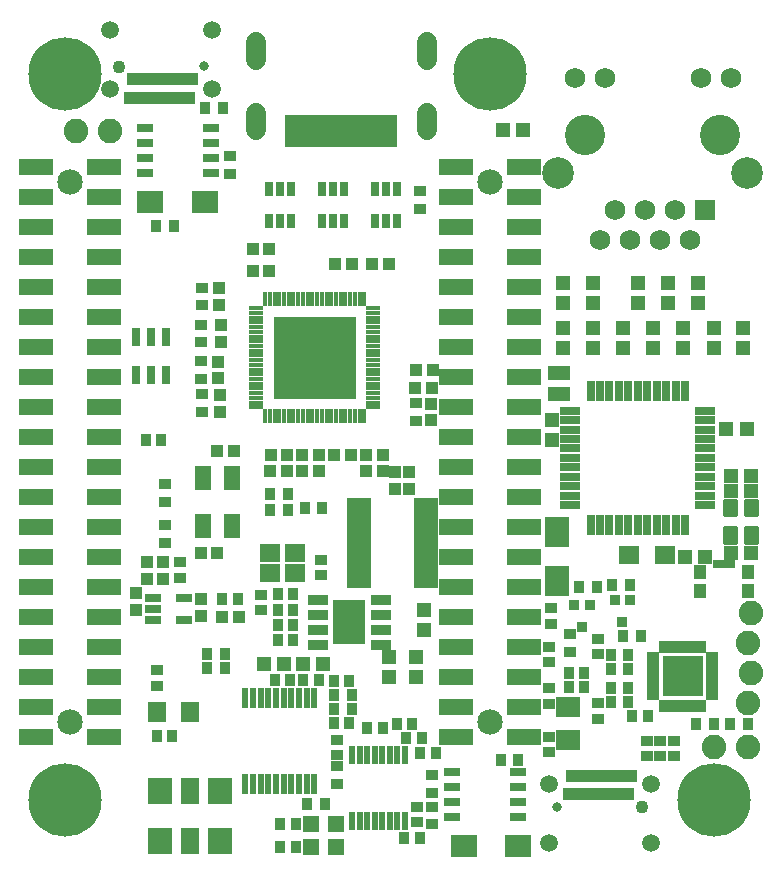
<source format=gbr>
G04 EAGLE Gerber RS-274X export*
G75*
%MOMM*%
%FSLAX34Y34*%
%LPD*%
%INSoldermask Top*%
%IPPOS*%
%AMOC8*
5,1,8,0,0,1.08239X$1,22.5*%
G01*
%ADD10R,2.003200X1.803200*%
%ADD11R,1.103200X0.903200*%
%ADD12R,0.903200X1.103200*%
%ADD13R,0.733200X1.533200*%
%ADD14R,2.993200X1.473200*%
%ADD15C,2.153200*%
%ADD16R,1.303200X1.203200*%
%ADD17R,1.203200X1.303200*%
%ADD18R,1.983200X1.223200*%
%ADD19R,1.727200X1.727200*%
%ADD20C,1.727200*%
%ADD21C,2.679700*%
%ADD22C,3.403600*%
%ADD23R,1.703200X0.753200*%
%ADD24R,0.753200X1.703200*%
%ADD25R,1.803200X1.603200*%
%ADD26R,1.203200X0.403200*%
%ADD27R,0.403200X1.203200*%
%ADD28R,6.953200X6.953200*%
%ADD29R,1.403200X2.003200*%
%ADD30R,1.003200X1.103200*%
%ADD31R,1.103200X1.003200*%
%ADD32R,1.117600X0.965200*%
%ADD33R,0.965200X1.117600*%
%ADD34R,1.422400X0.762000*%
%ADD35R,2.003200X2.603200*%
%ADD36R,0.703200X1.253200*%
%ADD37R,0.503200X2.803200*%
%ADD38C,1.701800*%
%ADD39C,1.103200*%
%ADD40R,0.603200X1.703200*%
%ADD41R,2.003200X2.203200*%
%ADD42R,1.603200X2.203200*%
%ADD43R,0.473200X1.103200*%
%ADD44R,0.473200X1.003200*%
%ADD45C,1.511200*%
%ADD46C,0.803200*%
%ADD47R,1.003200X0.487800*%
%ADD48R,0.487800X1.003200*%
%ADD49R,3.353200X3.353200*%
%ADD50R,1.403200X0.803200*%
%ADD51R,0.903200X0.903200*%
%ADD52C,2.082800*%
%ADD53R,1.403200X1.403200*%
%ADD54R,1.803200X0.813200*%
%ADD55R,2.823200X3.713200*%
%ADD56R,2.003200X7.703200*%
%ADD57R,1.703200X1.503200*%
%ADD58R,0.553200X1.603200*%
%ADD59R,2.203200X1.903200*%
%ADD60R,1.603200X1.803200*%
%ADD61C,0.312766*%
%ADD62R,1.103200X1.203200*%
%ADD63R,1.903200X0.753200*%
%ADD64C,6.203200*%


D10*
X471051Y106203D03*
X471051Y134203D03*
D11*
X454744Y108351D03*
X454744Y95351D03*
D12*
X126556Y359586D03*
X113556Y359586D03*
D13*
X105256Y414826D03*
X117956Y414826D03*
X130656Y414826D03*
X130656Y446830D03*
X117956Y446830D03*
X105256Y446830D03*
D14*
X433550Y108250D03*
X376450Y108250D03*
X433550Y133650D03*
X376450Y133650D03*
X433550Y159050D03*
X376450Y159050D03*
X433550Y184450D03*
X376450Y184450D03*
X433550Y209850D03*
X376450Y209850D03*
X433550Y235250D03*
X376450Y235250D03*
X433550Y260650D03*
X376450Y260650D03*
X433550Y286050D03*
X376450Y286050D03*
X433550Y311450D03*
X376450Y311450D03*
X433550Y336850D03*
X376450Y336850D03*
X433550Y362250D03*
X376450Y362250D03*
X433550Y387650D03*
X376450Y387650D03*
X433550Y413050D03*
X376450Y413050D03*
X433550Y438450D03*
X376450Y438450D03*
X433550Y463850D03*
X376450Y463850D03*
X433550Y489250D03*
X376450Y489250D03*
X433550Y514650D03*
X376450Y514650D03*
X433550Y540050D03*
X376450Y540050D03*
X433550Y565450D03*
X376450Y565450D03*
X433550Y590850D03*
X376450Y590850D03*
X77950Y108250D03*
X20850Y108250D03*
X77950Y133650D03*
X20850Y133650D03*
X77950Y159050D03*
X20850Y159050D03*
X77950Y184450D03*
X20850Y184450D03*
X77950Y209850D03*
X20850Y209850D03*
X77950Y235250D03*
X20850Y235250D03*
X77950Y260650D03*
X20850Y260650D03*
X77950Y286050D03*
X20850Y286050D03*
X77950Y311450D03*
X20850Y311450D03*
X77950Y336850D03*
X20850Y336850D03*
X77950Y362250D03*
X20850Y362250D03*
X77950Y387650D03*
X20850Y387650D03*
X77950Y413050D03*
X20850Y413050D03*
X77950Y438450D03*
X20850Y438450D03*
X77950Y463850D03*
X20850Y463850D03*
X77950Y489250D03*
X20850Y489250D03*
X77950Y514650D03*
X20850Y514650D03*
X77950Y540050D03*
X20850Y540050D03*
X77950Y565450D03*
X20850Y565450D03*
X77950Y590850D03*
X20850Y590850D03*
D15*
X405000Y578600D03*
X405000Y121400D03*
X49400Y121400D03*
X49400Y578600D03*
D16*
X609000Y329000D03*
X626000Y329000D03*
D17*
X594360Y437778D03*
X594360Y454778D03*
X568198Y437778D03*
X568198Y454778D03*
D16*
X530098Y475878D03*
X530098Y492878D03*
X542798Y437778D03*
X542798Y454778D03*
X466598Y437778D03*
X466598Y454778D03*
X491998Y437778D03*
X491998Y454778D03*
D17*
X466598Y492878D03*
X466598Y475878D03*
D18*
X463042Y399024D03*
X463042Y416824D03*
D17*
X605164Y368808D03*
X622164Y368808D03*
X415562Y622438D03*
X432562Y622438D03*
D19*
X587248Y554228D03*
D20*
X574548Y528828D03*
X561848Y554228D03*
X549148Y528828D03*
X536448Y554228D03*
X523748Y528828D03*
X511048Y554228D03*
X498348Y528828D03*
D21*
X622808Y585978D03*
X462788Y585978D03*
D20*
X476758Y666750D03*
X502158Y666750D03*
X608838Y666750D03*
X583438Y666750D03*
D22*
X599948Y617728D03*
X485648Y617728D03*
D17*
X555498Y492878D03*
X555498Y475878D03*
D23*
X473098Y344678D03*
X473098Y352678D03*
X473098Y360678D03*
X473098Y368678D03*
X473098Y376678D03*
X473098Y384678D03*
X473098Y304678D03*
X473098Y312678D03*
X473098Y320678D03*
X473098Y328678D03*
X473098Y336678D03*
X587098Y344678D03*
X587098Y352678D03*
X587098Y360678D03*
X587098Y320678D03*
X587098Y336678D03*
X587098Y328678D03*
X587098Y312678D03*
X587098Y304678D03*
X587098Y384678D03*
X587098Y376678D03*
X587098Y368678D03*
D24*
X530098Y401678D03*
X522098Y401678D03*
X514098Y401678D03*
X506098Y401678D03*
X498098Y401678D03*
X490098Y401678D03*
X570098Y401678D03*
X562098Y401678D03*
X554098Y401678D03*
X546098Y401678D03*
X538098Y401678D03*
X530098Y287678D03*
X522098Y287678D03*
X514098Y287678D03*
X506098Y287678D03*
X498098Y287678D03*
X490098Y287678D03*
X570098Y287678D03*
X562098Y287678D03*
X538098Y287678D03*
X546098Y287678D03*
X554098Y287678D03*
D25*
X552845Y262255D03*
X522845Y262255D03*
D16*
X618998Y437778D03*
X618998Y454778D03*
X609000Y316500D03*
X626000Y316500D03*
X626217Y264447D03*
X609217Y264447D03*
X569862Y260723D03*
X586862Y260723D03*
X491998Y475878D03*
X491998Y492878D03*
D17*
X517398Y437778D03*
X517398Y454778D03*
X580898Y475878D03*
X580898Y492878D03*
D16*
X457164Y360006D03*
X457164Y377006D03*
D26*
X306056Y387496D03*
X306056Y391496D03*
X306056Y395496D03*
X306056Y399496D03*
X306056Y403496D03*
X306056Y407496D03*
X306056Y411496D03*
X306056Y415496D03*
X306056Y419496D03*
X306056Y423496D03*
X306056Y427496D03*
X306056Y431496D03*
X306056Y435496D03*
X306056Y439496D03*
X306056Y443496D03*
X306056Y447496D03*
X306056Y451496D03*
X306056Y455496D03*
X306056Y459496D03*
X306056Y463496D03*
X306056Y467496D03*
X306056Y471496D03*
D27*
X298556Y478996D03*
X294556Y478996D03*
X290556Y478996D03*
X286556Y478996D03*
X282556Y478996D03*
X278556Y478996D03*
X274556Y478996D03*
X270556Y478996D03*
X266556Y478996D03*
X262556Y478996D03*
X258556Y478996D03*
X254556Y478996D03*
X250556Y478996D03*
X246556Y478996D03*
X242556Y478996D03*
X238556Y478996D03*
X234556Y478996D03*
X230556Y478996D03*
X226556Y478996D03*
X222556Y478996D03*
X218556Y478996D03*
X214556Y478996D03*
D26*
X207056Y471496D03*
X207056Y467496D03*
X207056Y463496D03*
X207056Y459496D03*
X207056Y455496D03*
X207056Y451496D03*
X207056Y447496D03*
X207056Y443496D03*
X207056Y439496D03*
X207056Y435496D03*
X207056Y431496D03*
X207056Y427496D03*
X207056Y423496D03*
X207056Y419496D03*
X207056Y415496D03*
X207056Y411496D03*
X207056Y407496D03*
X207056Y403496D03*
X207056Y399496D03*
X207056Y395496D03*
X207056Y391496D03*
X207056Y387496D03*
D27*
X214556Y379996D03*
X218556Y379996D03*
X222556Y379996D03*
X226556Y379996D03*
X230556Y379996D03*
X234556Y379996D03*
X238556Y379996D03*
X242556Y379996D03*
X246556Y379996D03*
X250556Y379996D03*
X254556Y379996D03*
X258556Y379996D03*
X262556Y379996D03*
X266556Y379996D03*
X270556Y379996D03*
X274556Y379996D03*
X278556Y379996D03*
X282556Y379996D03*
X286556Y379996D03*
X290556Y379996D03*
X294556Y379996D03*
X298556Y379996D03*
D28*
X256556Y429496D03*
D29*
X162166Y327406D03*
X162166Y287406D03*
X186166Y287406D03*
X186166Y327406D03*
D30*
X188166Y350406D03*
X174166Y350406D03*
X160166Y264406D03*
X174166Y264406D03*
D12*
X248094Y302666D03*
X263094Y302666D03*
D11*
X130056Y322496D03*
X130056Y307496D03*
X130056Y272496D03*
X130056Y287496D03*
X342306Y375906D03*
X342306Y390906D03*
D31*
X355306Y390406D03*
X355306Y376406D03*
D11*
X161306Y473906D03*
X161306Y488906D03*
X160556Y442496D03*
X160556Y457496D03*
X160056Y426496D03*
X160056Y411496D03*
X161056Y383496D03*
X161056Y398496D03*
D12*
X218666Y314406D03*
X233666Y314406D03*
X218666Y300406D03*
X233666Y300406D03*
D30*
X341806Y403906D03*
X355806Y403906D03*
X305056Y508996D03*
X319056Y508996D03*
D31*
X175306Y488406D03*
X175306Y474406D03*
X177056Y442996D03*
X177056Y456996D03*
X176056Y397996D03*
X176056Y383996D03*
X175056Y411996D03*
X175056Y425996D03*
X114504Y256556D03*
X114504Y242556D03*
D30*
X274056Y508996D03*
X288056Y508996D03*
X218056Y521996D03*
X204056Y521996D03*
D31*
X128504Y256556D03*
X128504Y242556D03*
D30*
X342306Y419406D03*
X356306Y419406D03*
X218056Y502996D03*
X204056Y502996D03*
X192056Y209996D03*
X178056Y209996D03*
X233166Y347406D03*
X219166Y347406D03*
X233056Y333396D03*
X219056Y333396D03*
X273166Y347406D03*
X287166Y347406D03*
X246166Y347406D03*
X260166Y347406D03*
X246166Y333406D03*
X260166Y333406D03*
X300166Y347406D03*
X314166Y347406D03*
X300166Y333406D03*
X314166Y333406D03*
D32*
X142504Y256414D03*
X142504Y242698D03*
D33*
X191914Y224996D03*
X178198Y224996D03*
D34*
X120055Y226496D03*
X120055Y216996D03*
X120055Y207344D03*
X146264Y207344D03*
X146264Y226496D03*
D35*
X462056Y240746D03*
X462056Y281746D03*
D31*
X160056Y224996D03*
X160056Y210996D03*
X105056Y229996D03*
X105056Y215996D03*
D32*
X457004Y203948D03*
X457004Y217664D03*
D31*
X324746Y332444D03*
X324746Y318444D03*
X336496Y332444D03*
X336496Y318444D03*
D36*
X217556Y544996D03*
X227056Y544996D03*
X236556Y544996D03*
X236556Y571996D03*
X227056Y571996D03*
X217556Y571996D03*
X262556Y544996D03*
X272056Y544996D03*
X281556Y544996D03*
X281556Y571996D03*
X272056Y571996D03*
X262556Y571996D03*
X307556Y544996D03*
X317056Y544996D03*
X326556Y544996D03*
X326556Y571996D03*
X317056Y571996D03*
X307556Y571996D03*
D37*
X234056Y621896D03*
X239056Y621896D03*
X244056Y621896D03*
X249056Y621896D03*
X254056Y621896D03*
X259056Y621896D03*
X264056Y621896D03*
X269056Y621896D03*
X274056Y621896D03*
X279056Y621896D03*
X284056Y621896D03*
X289056Y621896D03*
X294056Y621896D03*
X299056Y621896D03*
X304056Y621896D03*
X309056Y621896D03*
X314056Y621896D03*
X319056Y621896D03*
X324056Y621896D03*
D38*
X351556Y681603D02*
X351556Y696589D01*
X206556Y696589D02*
X206556Y681603D01*
X206556Y636989D02*
X206556Y622003D01*
X351556Y622003D02*
X351556Y636989D01*
D39*
X351556Y621996D03*
X351556Y636996D03*
X351556Y626496D03*
X351556Y632496D03*
X351556Y681496D03*
X351556Y696496D03*
X351556Y685996D03*
X351556Y691996D03*
X206556Y621996D03*
X206556Y636996D03*
X206556Y626496D03*
X206556Y632496D03*
X206556Y681496D03*
X206556Y685996D03*
X206556Y696496D03*
X206556Y691996D03*
D11*
X346056Y555496D03*
X346056Y570496D03*
D40*
X256350Y141250D03*
X249850Y141250D03*
X243350Y141250D03*
X236850Y141250D03*
X230350Y141250D03*
X223850Y141250D03*
X217350Y141250D03*
X210850Y141250D03*
X204350Y141250D03*
X197850Y141250D03*
X197850Y68750D03*
X204350Y68750D03*
X210850Y68750D03*
X217350Y68750D03*
X223850Y68750D03*
X230350Y68750D03*
X236850Y68750D03*
X243350Y68750D03*
X249850Y68750D03*
X256350Y68750D03*
D12*
X235950Y156650D03*
X222950Y156650D03*
X247050Y156650D03*
X260050Y156650D03*
D41*
X176300Y20500D03*
X176300Y62500D03*
X125500Y62500D03*
X125500Y20500D03*
D42*
X150900Y20500D03*
X150900Y62500D03*
D43*
X152950Y649650D03*
X147950Y649650D03*
X142950Y649650D03*
X137950Y649650D03*
X132950Y649650D03*
X127950Y649650D03*
X122950Y649650D03*
X117950Y649650D03*
X112950Y649650D03*
X107950Y649650D03*
X102950Y649650D03*
X97950Y649650D03*
D44*
X100450Y665650D03*
X105450Y665650D03*
X110450Y665650D03*
X115450Y665650D03*
X120450Y665650D03*
X125450Y665650D03*
X130450Y665650D03*
X135450Y665650D03*
X140450Y665650D03*
X145450Y665650D03*
X150450Y665650D03*
X155450Y665650D03*
D45*
X169900Y656650D03*
X83500Y656650D03*
X83500Y707150D03*
X169900Y707150D03*
D46*
X162700Y676650D03*
D39*
X90700Y676000D03*
D46*
X162700Y676650D03*
D43*
X471750Y75750D03*
X476750Y75750D03*
X481750Y75750D03*
X486750Y75750D03*
X491750Y75750D03*
X496750Y75750D03*
X501750Y75750D03*
X506750Y75750D03*
X511750Y75750D03*
X516750Y75750D03*
X521750Y75750D03*
X526750Y75750D03*
D44*
X524250Y59750D03*
X519250Y59750D03*
X514250Y59750D03*
X509250Y59750D03*
X504250Y59750D03*
X499250Y59750D03*
X494250Y59750D03*
X489250Y59750D03*
X484250Y59750D03*
X479250Y59750D03*
X474250Y59750D03*
X469250Y59750D03*
D45*
X454800Y68750D03*
X541200Y68750D03*
X541200Y18250D03*
X454800Y18250D03*
D46*
X462000Y48750D03*
D39*
X534000Y49400D03*
D46*
X462000Y48750D03*
D47*
X543000Y177500D03*
X543000Y172500D03*
X543000Y167500D03*
X543000Y162500D03*
X543000Y157500D03*
X543000Y152500D03*
X543000Y147500D03*
X543000Y142500D03*
D48*
X550500Y135000D03*
X555500Y135000D03*
X560500Y135000D03*
X565500Y135000D03*
X570500Y135000D03*
X575500Y135000D03*
X580500Y135000D03*
X585500Y135000D03*
D47*
X593000Y142500D03*
X593000Y147500D03*
X593000Y152500D03*
X593000Y157500D03*
X593000Y162500D03*
X593000Y167500D03*
X593000Y172500D03*
X593000Y177500D03*
D48*
X585500Y185000D03*
X580500Y185000D03*
X575500Y185000D03*
X570500Y185000D03*
X565500Y185000D03*
X560500Y185000D03*
X555500Y185000D03*
X550500Y185000D03*
D49*
X568000Y160000D03*
D12*
X507000Y138000D03*
X522000Y138000D03*
X507000Y150000D03*
X522000Y150000D03*
X507000Y166000D03*
X522000Y166000D03*
X507000Y178000D03*
X522000Y178000D03*
D11*
X496500Y124000D03*
X496500Y137000D03*
D12*
X471500Y151000D03*
X484500Y151000D03*
X471500Y162500D03*
X484500Y162500D03*
D11*
X496500Y191500D03*
X496500Y178500D03*
D12*
X525500Y126000D03*
X538500Y126000D03*
D11*
X560500Y92000D03*
X560500Y105000D03*
X549000Y92000D03*
X549000Y105000D03*
X537500Y92000D03*
X537500Y105000D03*
D50*
X169000Y585950D03*
X169000Y598650D03*
X169000Y611350D03*
X169000Y624050D03*
X113000Y624050D03*
X113000Y611350D03*
X113000Y598650D03*
X113000Y585950D03*
X373000Y79050D03*
X373000Y66350D03*
X373000Y53650D03*
X373000Y40950D03*
X429000Y40950D03*
X429000Y53650D03*
X429000Y66350D03*
X429000Y79050D03*
D12*
X178500Y641000D03*
X163500Y641000D03*
D11*
X185000Y600500D03*
X185000Y585500D03*
X356000Y61000D03*
X356000Y76000D03*
X356000Y49500D03*
X356000Y34500D03*
D51*
X489500Y220000D03*
X476500Y220000D03*
X483000Y201500D03*
X523500Y224250D03*
X510500Y224250D03*
X517000Y205750D03*
D12*
X480250Y235500D03*
X495250Y235500D03*
X137500Y540750D03*
X122500Y540750D03*
X508500Y237000D03*
X523500Y237000D03*
X429000Y89000D03*
X414000Y89000D03*
D11*
X473000Y180250D03*
X473000Y195250D03*
D12*
X517500Y194000D03*
X532500Y194000D03*
D52*
X623730Y137500D03*
X626270Y162900D03*
X623730Y188300D03*
X626270Y213700D03*
D12*
X594500Y119500D03*
X579500Y119500D03*
X623500Y119000D03*
X608500Y119000D03*
X227500Y15600D03*
X240500Y15600D03*
D53*
X274500Y15600D03*
X253500Y15600D03*
D12*
X227500Y35100D03*
X240500Y35100D03*
D53*
X274500Y35100D03*
X253500Y35100D03*
D54*
X313000Y186550D03*
X313000Y199250D03*
X313000Y211950D03*
X313000Y224650D03*
X259000Y224650D03*
X259000Y211950D03*
X259000Y199250D03*
X259000Y186550D03*
D55*
X286000Y205600D03*
D12*
X238500Y215600D03*
X225500Y215600D03*
D11*
X210720Y228604D03*
X210720Y215604D03*
D12*
X238510Y203312D03*
X225510Y203312D03*
D17*
X319250Y175850D03*
X319250Y158850D03*
X342500Y176100D03*
X342500Y159100D03*
D12*
X238430Y190828D03*
X225430Y190828D03*
D17*
X348968Y199004D03*
X348968Y216004D03*
D12*
X225474Y229658D03*
X238474Y229658D03*
D11*
X261500Y258600D03*
X261500Y245600D03*
D56*
X350436Y272815D03*
X294436Y272815D03*
D57*
X218516Y264350D03*
X218516Y247350D03*
X239699Y264350D03*
X239699Y247350D03*
D12*
X326000Y119830D03*
X339000Y119830D03*
X314000Y116410D03*
X301000Y116410D03*
D58*
X288375Y37350D03*
X294725Y37350D03*
X301075Y37350D03*
X307425Y37350D03*
X313775Y37350D03*
X320125Y37350D03*
X326475Y37350D03*
X332825Y37350D03*
X332825Y92850D03*
X326475Y92850D03*
X320125Y92850D03*
X313775Y92850D03*
X307425Y92850D03*
X301075Y92850D03*
X294725Y92850D03*
X288375Y92850D03*
D11*
X275500Y106000D03*
X275500Y93000D03*
D59*
X117500Y561250D03*
X163500Y561250D03*
X429000Y16250D03*
X383000Y16250D03*
D12*
X332500Y22500D03*
X345500Y22500D03*
X334000Y107500D03*
X347000Y107500D03*
D11*
X343000Y36500D03*
X343000Y49500D03*
D12*
X346000Y95000D03*
X359000Y95000D03*
D52*
X623278Y100000D03*
X594322Y100000D03*
D11*
X275500Y83500D03*
X275500Y68500D03*
D12*
X250000Y51500D03*
X265000Y51500D03*
X273000Y143750D03*
X288000Y143750D03*
X273000Y132000D03*
X288000Y132000D03*
D11*
X455000Y136500D03*
X455000Y149500D03*
X455000Y184500D03*
X455000Y171500D03*
D12*
X286000Y120500D03*
X273000Y120500D03*
X285750Y155500D03*
X272750Y155500D03*
D32*
X123000Y165358D03*
X123000Y151642D03*
D60*
X151000Y129500D03*
X123000Y129500D03*
D12*
X123000Y109500D03*
X136000Y109500D03*
D61*
X603548Y296048D02*
X603548Y307952D01*
X613452Y307952D01*
X613452Y296048D01*
X603548Y296048D01*
X603548Y299020D02*
X613452Y299020D01*
X613452Y301992D02*
X603548Y301992D01*
X603548Y304964D02*
X613452Y304964D01*
X613452Y307936D02*
X603548Y307936D01*
X603548Y284952D02*
X603548Y273048D01*
X603548Y284952D02*
X613452Y284952D01*
X613452Y273048D01*
X603548Y273048D01*
X603548Y276020D02*
X613452Y276020D01*
X613452Y278992D02*
X603548Y278992D01*
X603548Y281964D02*
X613452Y281964D01*
X613452Y284936D02*
X603548Y284936D01*
X621548Y284952D02*
X621548Y273048D01*
X621548Y284952D02*
X631452Y284952D01*
X631452Y273048D01*
X621548Y273048D01*
X621548Y276020D02*
X631452Y276020D01*
X631452Y278992D02*
X621548Y278992D01*
X621548Y281964D02*
X631452Y281964D01*
X631452Y284936D02*
X621548Y284936D01*
X621548Y296048D02*
X621548Y307952D01*
X631452Y307952D01*
X631452Y296048D01*
X621548Y296048D01*
X621548Y299020D02*
X631452Y299020D01*
X631452Y301992D02*
X621548Y301992D01*
X621548Y304964D02*
X631452Y304964D01*
X631452Y307936D02*
X621548Y307936D01*
D52*
X83528Y621750D03*
X54572Y621750D03*
D62*
X582500Y248250D03*
X582500Y232250D03*
X623500Y232250D03*
X623500Y248250D03*
D63*
X603000Y254500D03*
D12*
X165500Y167000D03*
X180500Y167000D03*
X180500Y178500D03*
X165500Y178500D03*
D16*
X230250Y170250D03*
X213250Y170250D03*
X246750Y170250D03*
X263750Y170250D03*
D64*
X45000Y670000D03*
X595000Y55000D03*
X45000Y55000D03*
X405000Y670000D03*
M02*

</source>
